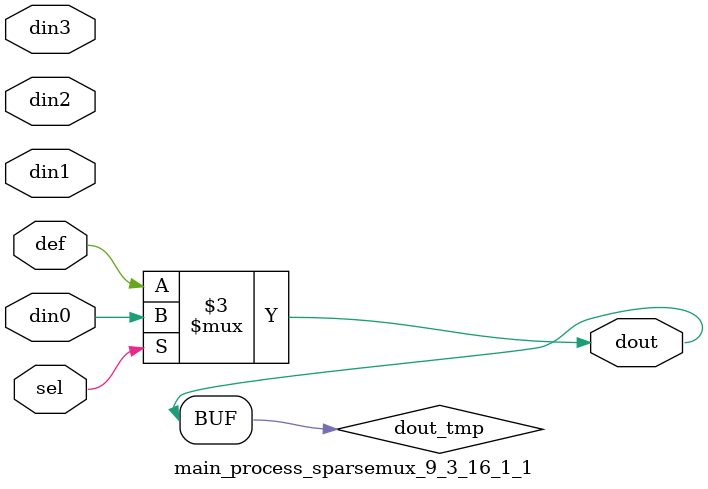
<source format=v>
`timescale 1ns / 1ps

module main_process_sparsemux_9_3_16_1_1 (din0,din1,din2,din3,def,sel,dout);

parameter din0_WIDTH = 1;

parameter din1_WIDTH = 1;

parameter din2_WIDTH = 1;

parameter din3_WIDTH = 1;

parameter def_WIDTH = 1;
parameter sel_WIDTH = 1;
parameter dout_WIDTH = 1;

parameter [sel_WIDTH-1:0] CASE0 = 1;

parameter [sel_WIDTH-1:0] CASE1 = 1;

parameter [sel_WIDTH-1:0] CASE2 = 1;

parameter [sel_WIDTH-1:0] CASE3 = 1;

parameter ID = 1;
parameter NUM_STAGE = 1;



input [din0_WIDTH-1:0] din0;

input [din1_WIDTH-1:0] din1;

input [din2_WIDTH-1:0] din2;

input [din3_WIDTH-1:0] din3;

input [def_WIDTH-1:0] def;
input [sel_WIDTH-1:0] sel;

output [dout_WIDTH-1:0] dout;



reg [dout_WIDTH-1:0] dout_tmp;


always @ (*) begin
(* parallel_case *) case (sel)
    
    CASE0 : dout_tmp = din0;
    
    CASE1 : dout_tmp = din1;
    
    CASE2 : dout_tmp = din2;
    
    CASE3 : dout_tmp = din3;
    
    default : dout_tmp = def;
endcase
end


assign dout = dout_tmp;



endmodule

</source>
